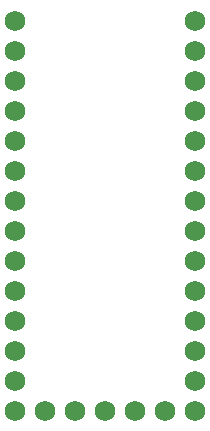
<source format=gbl>
G04 #@! TF.FileFunction,Copper,L2,Bot,Signal*
%FSLAX46Y46*%
G04 Gerber Fmt 4.6, Leading zero omitted, Abs format (unit mm)*
G04 Created by KiCad (PCBNEW 4.0.1-3.201512221402+6198~38~ubuntu14.04.1-stable) date Sat 14 May 2016 03:25:43 PM PDT*
%MOMM*%
G01*
G04 APERTURE LIST*
%ADD10C,0.100000*%
%ADD11C,1.727200*%
G04 APERTURE END LIST*
D10*
D11*
X95250000Y-72644000D03*
X95250000Y-75184000D03*
X95250000Y-77724000D03*
X95250000Y-80264000D03*
X95250000Y-82804000D03*
X95250000Y-85344000D03*
X95250000Y-87884000D03*
X95250000Y-90424000D03*
X95250000Y-92964000D03*
X95250000Y-95504000D03*
X95250000Y-98044000D03*
X95250000Y-100584000D03*
X95250000Y-103124000D03*
X95250000Y-105664000D03*
X97790000Y-105664000D03*
X100330000Y-105664000D03*
X102870000Y-105664000D03*
X105410000Y-105664000D03*
X107950000Y-105664000D03*
X110490000Y-105664000D03*
X110490000Y-98044000D03*
X110490000Y-77724000D03*
X110490000Y-92964000D03*
X110490000Y-95504000D03*
X110490000Y-75184000D03*
X110490000Y-82804000D03*
X110490000Y-72644000D03*
X110490000Y-85344000D03*
X110490000Y-87884000D03*
X110490000Y-90424000D03*
X110490000Y-80264000D03*
X110490000Y-103124000D03*
X110490000Y-100584000D03*
M02*

</source>
